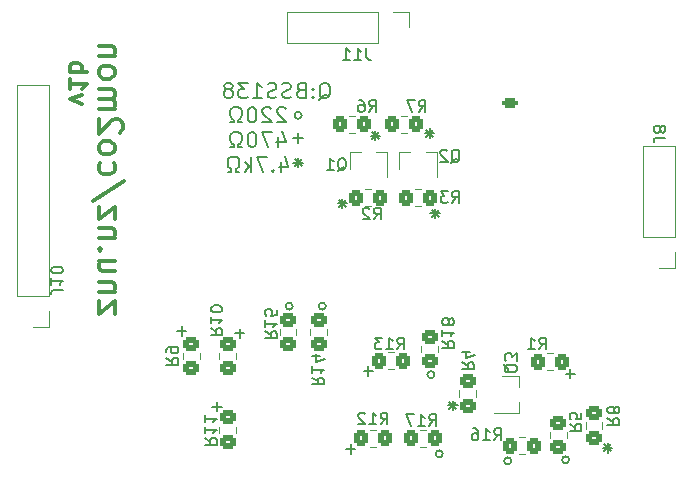
<source format=gbr>
%TF.GenerationSoftware,KiCad,Pcbnew,5.99.0-unknown-04793924d~104~ubuntu20.04.1*%
%TF.CreationDate,2020-11-08T20:52:43+01:00*%
%TF.ProjectId,co2mon,636f326d-6f6e-42e6-9b69-6361645f7063,rev?*%
%TF.SameCoordinates,Original*%
%TF.FileFunction,Legend,Bot*%
%TF.FilePolarity,Positive*%
%FSLAX46Y46*%
G04 Gerber Fmt 4.6, Leading zero omitted, Abs format (unit mm)*
G04 Created by KiCad (PCBNEW 5.99.0-unknown-04793924d~104~ubuntu20.04.1) date 2020-11-08 20:52:43*
%MOMM*%
%LPD*%
G01*
G04 APERTURE LIST*
G04 Aperture macros list*
%AMRoundRect*
0 Rectangle with rounded corners*
0 $1 Rounding radius*
0 $2 $3 $4 $5 $6 $7 $8 $9 X,Y pos of 4 corners*
0 Add a 4 corners polygon primitive as box body*
4,1,4,$2,$3,$4,$5,$6,$7,$8,$9,$2,$3,0*
0 Add four circle primitives for the rounded corners*
1,1,$1+$1,$2,$3,0*
1,1,$1+$1,$4,$5,0*
1,1,$1+$1,$6,$7,0*
1,1,$1+$1,$8,$9,0*
0 Add four rect primitives between the rounded corners*
20,1,$1+$1,$2,$3,$4,$5,0*
20,1,$1+$1,$4,$5,$6,$7,0*
20,1,$1+$1,$6,$7,$8,$9,0*
20,1,$1+$1,$8,$9,$2,$3,0*%
G04 Aperture macros list end*
%ADD10C,0.200000*%
%ADD11C,0.300000*%
%ADD12C,0.150000*%
%ADD13C,0.120000*%
%ADD14R,1.700000X1.700000*%
%ADD15O,1.700000X1.700000*%
%ADD16C,3.200000*%
%ADD17R,1.600000X1.600000*%
%ADD18O,1.600000X1.600000*%
%ADD19RoundRect,0.200000X-0.450000X0.200000X-0.450000X-0.200000X0.450000X-0.200000X0.450000X0.200000X0*%
%ADD20O,1.300000X0.800000*%
%ADD21C,1.450000*%
%ADD22O,1.900000X1.200000*%
%ADD23R,0.900000X0.800000*%
%ADD24RoundRect,0.250000X-0.450000X0.325000X-0.450000X-0.325000X0.450000X-0.325000X0.450000X0.325000X0*%
%ADD25C,1.500000*%
%ADD26RoundRect,0.250000X0.325000X0.450000X-0.325000X0.450000X-0.325000X-0.450000X0.325000X-0.450000X0*%
%ADD27RoundRect,0.250000X-0.325000X-0.450000X0.325000X-0.450000X0.325000X0.450000X-0.325000X0.450000X0*%
%ADD28R,0.800000X0.900000*%
%ADD29RoundRect,0.250000X0.450000X-0.325000X0.450000X0.325000X-0.450000X0.325000X-0.450000X-0.325000X0*%
G04 APERTURE END LIST*
D10*
X108500000Y-129100000D02*
X107700000Y-129100000D01*
X115250000Y-104450000D02*
G75*
G03*
X115250000Y-104450000I-300000J0D01*
G01*
X127200000Y-133100000D02*
G75*
G03*
X127200000Y-133100000I-300000J0D01*
G01*
X126250000Y-112450000D02*
X126850000Y-113050000D01*
X126250000Y-113050000D02*
X126850000Y-112450000D01*
X114500000Y-120600000D02*
G75*
G03*
X114500000Y-120600000I-300000J0D01*
G01*
X126500000Y-126400000D02*
G75*
G03*
X126500000Y-126400000I-300000J0D01*
G01*
X121100000Y-106150000D02*
X121900000Y-106150000D01*
X127750000Y-129300000D02*
X128350000Y-128700000D01*
X117300000Y-120600000D02*
G75*
G03*
X117300000Y-120600000I-300000J0D01*
G01*
X119800000Y-132700000D02*
X119000000Y-132700000D01*
X110000000Y-122500000D02*
X110000000Y-123300000D01*
X114950000Y-105950000D02*
X114950000Y-106750000D01*
X125800000Y-106250000D02*
X126400000Y-105650000D01*
X118700000Y-111500000D02*
X118700000Y-112300000D01*
X138400000Y-126300000D02*
X137600000Y-126300000D01*
X118300000Y-111900000D02*
X119100000Y-111900000D01*
X127650000Y-129000000D02*
X128450000Y-129000000D01*
X115350000Y-106350000D02*
X114550000Y-106350000D01*
X126150000Y-112750000D02*
X126950000Y-112750000D01*
X138000000Y-125900000D02*
X138000000Y-126700000D01*
X121200000Y-105850000D02*
X121800000Y-106450000D01*
X140850000Y-132300000D02*
X141450000Y-132900000D01*
X114650000Y-108750000D02*
X115250000Y-108150000D01*
X125700000Y-105950000D02*
X126500000Y-105950000D01*
X121200000Y-106450000D02*
X121800000Y-105850000D01*
X141150000Y-132200000D02*
X141150000Y-133000000D01*
X121300000Y-126100000D02*
X120500000Y-126100000D01*
X137900000Y-133600000D02*
G75*
G03*
X137900000Y-133600000I-300000J0D01*
G01*
X110400000Y-122900000D02*
X109600000Y-122900000D01*
X133000000Y-133700000D02*
G75*
G03*
X133000000Y-133700000I-300000J0D01*
G01*
X105500000Y-122700000D02*
X104700000Y-122700000D01*
X121500000Y-105750000D02*
X121500000Y-106550000D01*
X114550000Y-108450000D02*
X115350000Y-108450000D01*
X125800000Y-105650000D02*
X126400000Y-106250000D01*
X127750000Y-128700000D02*
X128350000Y-129300000D01*
X118400000Y-111600000D02*
X119000000Y-112200000D01*
X126550000Y-112350000D02*
X126550000Y-113150000D01*
X105100000Y-122300000D02*
X105100000Y-123100000D01*
X128050000Y-128600000D02*
X128050000Y-129400000D01*
X126100000Y-105550000D02*
X126100000Y-106350000D01*
X118400000Y-112200000D02*
X119000000Y-111600000D01*
X114650000Y-108150000D02*
X115250000Y-108750000D01*
X120900000Y-125700000D02*
X120900000Y-126500000D01*
X114950000Y-108050000D02*
X114950000Y-108850000D01*
X108100000Y-128700000D02*
X108100000Y-129500000D01*
X140750000Y-132600000D02*
X141550000Y-132600000D01*
X140850000Y-132900000D02*
X141450000Y-132300000D01*
X119400000Y-132300000D02*
X119400000Y-133100000D01*
X113902380Y-103868904D02*
X113840476Y-103807000D01*
X113716666Y-103745095D01*
X113407142Y-103745095D01*
X113283333Y-103807000D01*
X113221428Y-103868904D01*
X113159523Y-103992714D01*
X113159523Y-104116523D01*
X113221428Y-104302238D01*
X113964285Y-105045095D01*
X113159523Y-105045095D01*
X112664285Y-103868904D02*
X112602380Y-103807000D01*
X112478571Y-103745095D01*
X112169047Y-103745095D01*
X112045238Y-103807000D01*
X111983333Y-103868904D01*
X111921428Y-103992714D01*
X111921428Y-104116523D01*
X111983333Y-104302238D01*
X112726190Y-105045095D01*
X111921428Y-105045095D01*
X111116666Y-103745095D02*
X110992857Y-103745095D01*
X110869047Y-103807000D01*
X110807142Y-103868904D01*
X110745238Y-103992714D01*
X110683333Y-104240333D01*
X110683333Y-104549857D01*
X110745238Y-104797476D01*
X110807142Y-104921285D01*
X110869047Y-104983190D01*
X110992857Y-105045095D01*
X111116666Y-105045095D01*
X111240476Y-104983190D01*
X111302380Y-104921285D01*
X111364285Y-104797476D01*
X111426190Y-104549857D01*
X111426190Y-104240333D01*
X111364285Y-103992714D01*
X111302380Y-103868904D01*
X111240476Y-103807000D01*
X111116666Y-103745095D01*
X110188095Y-105045095D02*
X109878571Y-105045095D01*
X109878571Y-104797476D01*
X110002380Y-104735571D01*
X110126190Y-104611761D01*
X110188095Y-104426047D01*
X110188095Y-104116523D01*
X110126190Y-103930809D01*
X110002380Y-103807000D01*
X109816666Y-103745095D01*
X109569047Y-103745095D01*
X109383333Y-103807000D01*
X109259523Y-103930809D01*
X109197619Y-104116523D01*
X109197619Y-104426047D01*
X109259523Y-104611761D01*
X109383333Y-104735571D01*
X109507142Y-104797476D01*
X109507142Y-105045095D01*
X109197619Y-105045095D01*
X113283333Y-106271428D02*
X113283333Y-107138095D01*
X113592857Y-105776190D02*
X113902380Y-106704761D01*
X113097619Y-106704761D01*
X112726190Y-105838095D02*
X111859523Y-105838095D01*
X112416666Y-107138095D01*
X111116666Y-105838095D02*
X110992857Y-105838095D01*
X110869047Y-105900000D01*
X110807142Y-105961904D01*
X110745238Y-106085714D01*
X110683333Y-106333333D01*
X110683333Y-106642857D01*
X110745238Y-106890476D01*
X110807142Y-107014285D01*
X110869047Y-107076190D01*
X110992857Y-107138095D01*
X111116666Y-107138095D01*
X111240476Y-107076190D01*
X111302380Y-107014285D01*
X111364285Y-106890476D01*
X111426190Y-106642857D01*
X111426190Y-106333333D01*
X111364285Y-106085714D01*
X111302380Y-105961904D01*
X111240476Y-105900000D01*
X111116666Y-105838095D01*
X110188095Y-107138095D02*
X109878571Y-107138095D01*
X109878571Y-106890476D01*
X110002380Y-106828571D01*
X110126190Y-106704761D01*
X110188095Y-106519047D01*
X110188095Y-106209523D01*
X110126190Y-106023809D01*
X110002380Y-105900000D01*
X109816666Y-105838095D01*
X109569047Y-105838095D01*
X109383333Y-105900000D01*
X109259523Y-106023809D01*
X109197619Y-106209523D01*
X109197619Y-106519047D01*
X109259523Y-106704761D01*
X109383333Y-106828571D01*
X109507142Y-106890476D01*
X109507142Y-107138095D01*
X109197619Y-107138095D01*
X113500000Y-108364428D02*
X113500000Y-109231095D01*
X113809523Y-107869190D02*
X114119047Y-108797761D01*
X113314285Y-108797761D01*
X112819047Y-109107285D02*
X112757142Y-109169190D01*
X112819047Y-109231095D01*
X112880952Y-109169190D01*
X112819047Y-109107285D01*
X112819047Y-109231095D01*
X112323809Y-107931095D02*
X111457142Y-107931095D01*
X112014285Y-109231095D01*
X110961904Y-109231095D02*
X110961904Y-107931095D01*
X110838095Y-108735857D02*
X110466666Y-109231095D01*
X110466666Y-108364428D02*
X110961904Y-108859666D01*
X109971428Y-109231095D02*
X109661904Y-109231095D01*
X109661904Y-108983476D01*
X109785714Y-108921571D01*
X109909523Y-108797761D01*
X109971428Y-108612047D01*
X109971428Y-108302523D01*
X109909523Y-108116809D01*
X109785714Y-107993000D01*
X109600000Y-107931095D01*
X109352380Y-107931095D01*
X109166666Y-107993000D01*
X109042857Y-108116809D01*
X108980952Y-108302523D01*
X108980952Y-108612047D01*
X109042857Y-108797761D01*
X109166666Y-108921571D01*
X109290476Y-108983476D01*
X109290476Y-109231095D01*
X108980952Y-109231095D01*
D11*
X96621428Y-103450000D02*
X95621428Y-103092857D01*
X96621428Y-102735714D01*
X95621428Y-101378571D02*
X95621428Y-102235714D01*
X95621428Y-101807142D02*
X97121428Y-101807142D01*
X96907142Y-101950000D01*
X96764285Y-102092857D01*
X96692857Y-102235714D01*
X95621428Y-100735714D02*
X97121428Y-100735714D01*
X96550000Y-100735714D02*
X96621428Y-100592857D01*
X96621428Y-100307142D01*
X96550000Y-100164285D01*
X96478571Y-100092857D01*
X96335714Y-100021428D01*
X95907142Y-100021428D01*
X95764285Y-100092857D01*
X95692857Y-100164285D01*
X95621428Y-100307142D01*
X95621428Y-100592857D01*
X95692857Y-100735714D01*
D10*
X116709523Y-103111904D02*
X116833333Y-103050000D01*
X116957142Y-102926190D01*
X117142857Y-102740476D01*
X117266666Y-102678571D01*
X117390476Y-102678571D01*
X117328571Y-102988095D02*
X117452380Y-102926190D01*
X117576190Y-102802380D01*
X117638095Y-102554761D01*
X117638095Y-102121428D01*
X117576190Y-101873809D01*
X117452380Y-101750000D01*
X117328571Y-101688095D01*
X117080952Y-101688095D01*
X116957142Y-101750000D01*
X116833333Y-101873809D01*
X116771428Y-102121428D01*
X116771428Y-102554761D01*
X116833333Y-102802380D01*
X116957142Y-102926190D01*
X117080952Y-102988095D01*
X117328571Y-102988095D01*
X116214285Y-102864285D02*
X116152380Y-102926190D01*
X116214285Y-102988095D01*
X116276190Y-102926190D01*
X116214285Y-102864285D01*
X116214285Y-102988095D01*
X116214285Y-102183333D02*
X116152380Y-102245238D01*
X116214285Y-102307142D01*
X116276190Y-102245238D01*
X116214285Y-102183333D01*
X116214285Y-102307142D01*
X115161904Y-102307142D02*
X114976190Y-102369047D01*
X114914285Y-102430952D01*
X114852380Y-102554761D01*
X114852380Y-102740476D01*
X114914285Y-102864285D01*
X114976190Y-102926190D01*
X115100000Y-102988095D01*
X115595238Y-102988095D01*
X115595238Y-101688095D01*
X115161904Y-101688095D01*
X115038095Y-101750000D01*
X114976190Y-101811904D01*
X114914285Y-101935714D01*
X114914285Y-102059523D01*
X114976190Y-102183333D01*
X115038095Y-102245238D01*
X115161904Y-102307142D01*
X115595238Y-102307142D01*
X114357142Y-102926190D02*
X114171428Y-102988095D01*
X113861904Y-102988095D01*
X113738095Y-102926190D01*
X113676190Y-102864285D01*
X113614285Y-102740476D01*
X113614285Y-102616666D01*
X113676190Y-102492857D01*
X113738095Y-102430952D01*
X113861904Y-102369047D01*
X114109523Y-102307142D01*
X114233333Y-102245238D01*
X114295238Y-102183333D01*
X114357142Y-102059523D01*
X114357142Y-101935714D01*
X114295238Y-101811904D01*
X114233333Y-101750000D01*
X114109523Y-101688095D01*
X113800000Y-101688095D01*
X113614285Y-101750000D01*
X113119047Y-102926190D02*
X112933333Y-102988095D01*
X112623809Y-102988095D01*
X112500000Y-102926190D01*
X112438095Y-102864285D01*
X112376190Y-102740476D01*
X112376190Y-102616666D01*
X112438095Y-102492857D01*
X112500000Y-102430952D01*
X112623809Y-102369047D01*
X112871428Y-102307142D01*
X112995238Y-102245238D01*
X113057142Y-102183333D01*
X113119047Y-102059523D01*
X113119047Y-101935714D01*
X113057142Y-101811904D01*
X112995238Y-101750000D01*
X112871428Y-101688095D01*
X112561904Y-101688095D01*
X112376190Y-101750000D01*
X111138095Y-102988095D02*
X111880952Y-102988095D01*
X111509523Y-102988095D02*
X111509523Y-101688095D01*
X111633333Y-101873809D01*
X111757142Y-101997619D01*
X111880952Y-102059523D01*
X110704761Y-101688095D02*
X109900000Y-101688095D01*
X110333333Y-102183333D01*
X110147619Y-102183333D01*
X110023809Y-102245238D01*
X109961904Y-102307142D01*
X109900000Y-102430952D01*
X109900000Y-102740476D01*
X109961904Y-102864285D01*
X110023809Y-102926190D01*
X110147619Y-102988095D01*
X110519047Y-102988095D01*
X110642857Y-102926190D01*
X110704761Y-102864285D01*
X109157142Y-102245238D02*
X109280952Y-102183333D01*
X109342857Y-102121428D01*
X109404761Y-101997619D01*
X109404761Y-101935714D01*
X109342857Y-101811904D01*
X109280952Y-101750000D01*
X109157142Y-101688095D01*
X108909523Y-101688095D01*
X108785714Y-101750000D01*
X108723809Y-101811904D01*
X108661904Y-101935714D01*
X108661904Y-101997619D01*
X108723809Y-102121428D01*
X108785714Y-102183333D01*
X108909523Y-102245238D01*
X109157142Y-102245238D01*
X109280952Y-102307142D01*
X109342857Y-102369047D01*
X109404761Y-102492857D01*
X109404761Y-102740476D01*
X109342857Y-102864285D01*
X109280952Y-102926190D01*
X109157142Y-102988095D01*
X108909523Y-102988095D01*
X108785714Y-102926190D01*
X108723809Y-102864285D01*
X108661904Y-102740476D01*
X108661904Y-102492857D01*
X108723809Y-102369047D01*
X108785714Y-102307142D01*
X108909523Y-102245238D01*
D11*
X99428571Y-121228571D02*
X99428571Y-120180952D01*
X98095238Y-121228571D01*
X98095238Y-120180952D01*
X99428571Y-119419047D02*
X98095238Y-119419047D01*
X99238095Y-119419047D02*
X99333333Y-119323809D01*
X99428571Y-119133333D01*
X99428571Y-118847619D01*
X99333333Y-118657142D01*
X99142857Y-118561904D01*
X98095238Y-118561904D01*
X99428571Y-116752380D02*
X98095238Y-116752380D01*
X99428571Y-117609523D02*
X98380952Y-117609523D01*
X98190476Y-117514285D01*
X98095238Y-117323809D01*
X98095238Y-117038095D01*
X98190476Y-116847619D01*
X98285714Y-116752380D01*
X98285714Y-115800000D02*
X98190476Y-115704761D01*
X98095238Y-115800000D01*
X98190476Y-115895238D01*
X98285714Y-115800000D01*
X98095238Y-115800000D01*
X99428571Y-114847619D02*
X98095238Y-114847619D01*
X99238095Y-114847619D02*
X99333333Y-114752380D01*
X99428571Y-114561904D01*
X99428571Y-114276190D01*
X99333333Y-114085714D01*
X99142857Y-113990476D01*
X98095238Y-113990476D01*
X99428571Y-113228571D02*
X99428571Y-112180952D01*
X98095238Y-113228571D01*
X98095238Y-112180952D01*
X100190476Y-109990476D02*
X97619047Y-111704761D01*
X98190476Y-108466666D02*
X98095238Y-108657142D01*
X98095238Y-109038095D01*
X98190476Y-109228571D01*
X98285714Y-109323809D01*
X98476190Y-109419047D01*
X99047619Y-109419047D01*
X99238095Y-109323809D01*
X99333333Y-109228571D01*
X99428571Y-109038095D01*
X99428571Y-108657142D01*
X99333333Y-108466666D01*
X98095238Y-107323809D02*
X98190476Y-107514285D01*
X98285714Y-107609523D01*
X98476190Y-107704761D01*
X99047619Y-107704761D01*
X99238095Y-107609523D01*
X99333333Y-107514285D01*
X99428571Y-107323809D01*
X99428571Y-107038095D01*
X99333333Y-106847619D01*
X99238095Y-106752380D01*
X99047619Y-106657142D01*
X98476190Y-106657142D01*
X98285714Y-106752380D01*
X98190476Y-106847619D01*
X98095238Y-107038095D01*
X98095238Y-107323809D01*
X99904761Y-105895238D02*
X100000000Y-105800000D01*
X100095238Y-105609523D01*
X100095238Y-105133333D01*
X100000000Y-104942857D01*
X99904761Y-104847619D01*
X99714285Y-104752380D01*
X99523809Y-104752380D01*
X99238095Y-104847619D01*
X98095238Y-105990476D01*
X98095238Y-104752380D01*
X98095238Y-103895238D02*
X99428571Y-103895238D01*
X99238095Y-103895238D02*
X99333333Y-103800000D01*
X99428571Y-103609523D01*
X99428571Y-103323809D01*
X99333333Y-103133333D01*
X99142857Y-103038095D01*
X98095238Y-103038095D01*
X99142857Y-103038095D02*
X99333333Y-102942857D01*
X99428571Y-102752380D01*
X99428571Y-102466666D01*
X99333333Y-102276190D01*
X99142857Y-102180952D01*
X98095238Y-102180952D01*
X98095238Y-100942857D02*
X98190476Y-101133333D01*
X98285714Y-101228571D01*
X98476190Y-101323809D01*
X99047619Y-101323809D01*
X99238095Y-101228571D01*
X99333333Y-101133333D01*
X99428571Y-100942857D01*
X99428571Y-100657142D01*
X99333333Y-100466666D01*
X99238095Y-100371428D01*
X99047619Y-100276190D01*
X98476190Y-100276190D01*
X98285714Y-100371428D01*
X98190476Y-100466666D01*
X98095238Y-100657142D01*
X98095238Y-100942857D01*
X99428571Y-99419047D02*
X98095238Y-99419047D01*
X99238095Y-99419047D02*
X99333333Y-99323809D01*
X99428571Y-99133333D01*
X99428571Y-98847619D01*
X99333333Y-98657142D01*
X99142857Y-98561904D01*
X98095238Y-98561904D01*
D12*
%TO.C,Q3*%
X132352380Y-125495238D02*
X132400000Y-125590476D01*
X132495238Y-125685714D01*
X132638095Y-125828571D01*
X132685714Y-125923809D01*
X132685714Y-126019047D01*
X132447619Y-125971428D02*
X132495238Y-126066666D01*
X132590476Y-126161904D01*
X132780952Y-126209523D01*
X133114285Y-126209523D01*
X133304761Y-126161904D01*
X133400000Y-126066666D01*
X133447619Y-125971428D01*
X133447619Y-125780952D01*
X133400000Y-125685714D01*
X133304761Y-125590476D01*
X133114285Y-125542857D01*
X132780952Y-125542857D01*
X132590476Y-125590476D01*
X132495238Y-125685714D01*
X132447619Y-125780952D01*
X132447619Y-125971428D01*
X133447619Y-125209523D02*
X133447619Y-124590476D01*
X133066666Y-124923809D01*
X133066666Y-124780952D01*
X133019047Y-124685714D01*
X132971428Y-124638095D01*
X132876190Y-124590476D01*
X132638095Y-124590476D01*
X132542857Y-124638095D01*
X132495238Y-124685714D01*
X132447619Y-124780952D01*
X132447619Y-125066666D01*
X132495238Y-125161904D01*
X132542857Y-125209523D01*
%TO.C,R10*%
X107547619Y-122442857D02*
X108023809Y-122776190D01*
X107547619Y-123014285D02*
X108547619Y-123014285D01*
X108547619Y-122633333D01*
X108500000Y-122538095D01*
X108452380Y-122490476D01*
X108357142Y-122442857D01*
X108214285Y-122442857D01*
X108119047Y-122490476D01*
X108071428Y-122538095D01*
X108023809Y-122633333D01*
X108023809Y-123014285D01*
X107547619Y-121490476D02*
X107547619Y-122061904D01*
X107547619Y-121776190D02*
X108547619Y-121776190D01*
X108404761Y-121871428D01*
X108309523Y-121966666D01*
X108261904Y-122061904D01*
X108547619Y-120871428D02*
X108547619Y-120776190D01*
X108500000Y-120680952D01*
X108452380Y-120633333D01*
X108357142Y-120585714D01*
X108166666Y-120538095D01*
X107928571Y-120538095D01*
X107738095Y-120585714D01*
X107642857Y-120633333D01*
X107595238Y-120680952D01*
X107547619Y-120776190D01*
X107547619Y-120871428D01*
X107595238Y-120966666D01*
X107642857Y-121014285D01*
X107738095Y-121061904D01*
X107928571Y-121109523D01*
X108166666Y-121109523D01*
X108357142Y-121061904D01*
X108452380Y-121014285D01*
X108500000Y-120966666D01*
X108547619Y-120871428D01*
%TO.C,J10*%
X95047619Y-119209523D02*
X94333333Y-119209523D01*
X94190476Y-119257142D01*
X94095238Y-119352380D01*
X94047619Y-119495238D01*
X94047619Y-119590476D01*
X94047619Y-118209523D02*
X94047619Y-118780952D01*
X94047619Y-118495238D02*
X95047619Y-118495238D01*
X94904761Y-118590476D01*
X94809523Y-118685714D01*
X94761904Y-118780952D01*
X95047619Y-117590476D02*
X95047619Y-117495238D01*
X95000000Y-117400000D01*
X94952380Y-117352380D01*
X94857142Y-117304761D01*
X94666666Y-117257142D01*
X94428571Y-117257142D01*
X94238095Y-117304761D01*
X94142857Y-117352380D01*
X94095238Y-117400000D01*
X94047619Y-117495238D01*
X94047619Y-117590476D01*
X94095238Y-117685714D01*
X94142857Y-117733333D01*
X94238095Y-117780952D01*
X94428571Y-117828571D01*
X94666666Y-117828571D01*
X94857142Y-117780952D01*
X94952380Y-117733333D01*
X95000000Y-117685714D01*
X95047619Y-117590476D01*
%TO.C,R18*%
X127147619Y-123542857D02*
X127623809Y-123876190D01*
X127147619Y-124114285D02*
X128147619Y-124114285D01*
X128147619Y-123733333D01*
X128100000Y-123638095D01*
X128052380Y-123590476D01*
X127957142Y-123542857D01*
X127814285Y-123542857D01*
X127719047Y-123590476D01*
X127671428Y-123638095D01*
X127623809Y-123733333D01*
X127623809Y-124114285D01*
X127147619Y-122590476D02*
X127147619Y-123161904D01*
X127147619Y-122876190D02*
X128147619Y-122876190D01*
X128004761Y-122971428D01*
X127909523Y-123066666D01*
X127861904Y-123161904D01*
X127719047Y-122019047D02*
X127766666Y-122114285D01*
X127814285Y-122161904D01*
X127909523Y-122209523D01*
X127957142Y-122209523D01*
X128052380Y-122161904D01*
X128100000Y-122114285D01*
X128147619Y-122019047D01*
X128147619Y-121828571D01*
X128100000Y-121733333D01*
X128052380Y-121685714D01*
X127957142Y-121638095D01*
X127909523Y-121638095D01*
X127814285Y-121685714D01*
X127766666Y-121733333D01*
X127719047Y-121828571D01*
X127719047Y-122019047D01*
X127671428Y-122114285D01*
X127623809Y-122161904D01*
X127528571Y-122209523D01*
X127338095Y-122209523D01*
X127242857Y-122161904D01*
X127195238Y-122114285D01*
X127147619Y-122019047D01*
X127147619Y-121828571D01*
X127195238Y-121733333D01*
X127242857Y-121685714D01*
X127338095Y-121638095D01*
X127528571Y-121638095D01*
X127623809Y-121685714D01*
X127671428Y-121733333D01*
X127719047Y-121828571D01*
%TO.C,J8*%
X146047619Y-106333333D02*
X145333333Y-106333333D01*
X145190476Y-106380952D01*
X145095238Y-106476190D01*
X145047619Y-106619047D01*
X145047619Y-106714285D01*
X145619047Y-105714285D02*
X145666666Y-105809523D01*
X145714285Y-105857142D01*
X145809523Y-105904761D01*
X145857142Y-105904761D01*
X145952380Y-105857142D01*
X146000000Y-105809523D01*
X146047619Y-105714285D01*
X146047619Y-105523809D01*
X146000000Y-105428571D01*
X145952380Y-105380952D01*
X145857142Y-105333333D01*
X145809523Y-105333333D01*
X145714285Y-105380952D01*
X145666666Y-105428571D01*
X145619047Y-105523809D01*
X145619047Y-105714285D01*
X145571428Y-105809523D01*
X145523809Y-105857142D01*
X145428571Y-105904761D01*
X145238095Y-105904761D01*
X145142857Y-105857142D01*
X145095238Y-105809523D01*
X145047619Y-105714285D01*
X145047619Y-105523809D01*
X145095238Y-105428571D01*
X145142857Y-105380952D01*
X145238095Y-105333333D01*
X145428571Y-105333333D01*
X145523809Y-105380952D01*
X145571428Y-105428571D01*
X145619047Y-105523809D01*
%TO.C,R16*%
X131542857Y-131952380D02*
X131876190Y-131476190D01*
X132114285Y-131952380D02*
X132114285Y-130952380D01*
X131733333Y-130952380D01*
X131638095Y-131000000D01*
X131590476Y-131047619D01*
X131542857Y-131142857D01*
X131542857Y-131285714D01*
X131590476Y-131380952D01*
X131638095Y-131428571D01*
X131733333Y-131476190D01*
X132114285Y-131476190D01*
X130590476Y-131952380D02*
X131161904Y-131952380D01*
X130876190Y-131952380D02*
X130876190Y-130952380D01*
X130971428Y-131095238D01*
X131066666Y-131190476D01*
X131161904Y-131238095D01*
X129733333Y-130952380D02*
X129923809Y-130952380D01*
X130019047Y-131000000D01*
X130066666Y-131047619D01*
X130161904Y-131190476D01*
X130209523Y-131380952D01*
X130209523Y-131761904D01*
X130161904Y-131857142D01*
X130114285Y-131904761D01*
X130019047Y-131952380D01*
X129828571Y-131952380D01*
X129733333Y-131904761D01*
X129685714Y-131857142D01*
X129638095Y-131761904D01*
X129638095Y-131523809D01*
X129685714Y-131428571D01*
X129733333Y-131380952D01*
X129828571Y-131333333D01*
X130019047Y-131333333D01*
X130114285Y-131380952D01*
X130161904Y-131428571D01*
X130209523Y-131523809D01*
%TO.C,R7*%
X125166666Y-104152380D02*
X125500000Y-103676190D01*
X125738095Y-104152380D02*
X125738095Y-103152380D01*
X125357142Y-103152380D01*
X125261904Y-103200000D01*
X125214285Y-103247619D01*
X125166666Y-103342857D01*
X125166666Y-103485714D01*
X125214285Y-103580952D01*
X125261904Y-103628571D01*
X125357142Y-103676190D01*
X125738095Y-103676190D01*
X124833333Y-103152380D02*
X124166666Y-103152380D01*
X124595238Y-104152380D01*
%TO.C,R8*%
X141147619Y-130066666D02*
X141623809Y-130400000D01*
X141147619Y-130638095D02*
X142147619Y-130638095D01*
X142147619Y-130257142D01*
X142100000Y-130161904D01*
X142052380Y-130114285D01*
X141957142Y-130066666D01*
X141814285Y-130066666D01*
X141719047Y-130114285D01*
X141671428Y-130161904D01*
X141623809Y-130257142D01*
X141623809Y-130638095D01*
X141719047Y-129495238D02*
X141766666Y-129590476D01*
X141814285Y-129638095D01*
X141909523Y-129685714D01*
X141957142Y-129685714D01*
X142052380Y-129638095D01*
X142100000Y-129590476D01*
X142147619Y-129495238D01*
X142147619Y-129304761D01*
X142100000Y-129209523D01*
X142052380Y-129161904D01*
X141957142Y-129114285D01*
X141909523Y-129114285D01*
X141814285Y-129161904D01*
X141766666Y-129209523D01*
X141719047Y-129304761D01*
X141719047Y-129495238D01*
X141671428Y-129590476D01*
X141623809Y-129638095D01*
X141528571Y-129685714D01*
X141338095Y-129685714D01*
X141242857Y-129638095D01*
X141195238Y-129590476D01*
X141147619Y-129495238D01*
X141147619Y-129304761D01*
X141195238Y-129209523D01*
X141242857Y-129161904D01*
X141338095Y-129114285D01*
X141528571Y-129114285D01*
X141623809Y-129161904D01*
X141671428Y-129209523D01*
X141719047Y-129304761D01*
%TO.C,R6*%
X120966666Y-104152380D02*
X121300000Y-103676190D01*
X121538095Y-104152380D02*
X121538095Y-103152380D01*
X121157142Y-103152380D01*
X121061904Y-103200000D01*
X121014285Y-103247619D01*
X120966666Y-103342857D01*
X120966666Y-103485714D01*
X121014285Y-103580952D01*
X121061904Y-103628571D01*
X121157142Y-103676190D01*
X121538095Y-103676190D01*
X120109523Y-103152380D02*
X120300000Y-103152380D01*
X120395238Y-103200000D01*
X120442857Y-103247619D01*
X120538095Y-103390476D01*
X120585714Y-103580952D01*
X120585714Y-103961904D01*
X120538095Y-104057142D01*
X120490476Y-104104761D01*
X120395238Y-104152380D01*
X120204761Y-104152380D01*
X120109523Y-104104761D01*
X120061904Y-104057142D01*
X120014285Y-103961904D01*
X120014285Y-103723809D01*
X120061904Y-103628571D01*
X120109523Y-103580952D01*
X120204761Y-103533333D01*
X120395238Y-103533333D01*
X120490476Y-103580952D01*
X120538095Y-103628571D01*
X120585714Y-103723809D01*
%TO.C,Q2*%
X127895238Y-108447619D02*
X127990476Y-108400000D01*
X128085714Y-108304761D01*
X128228571Y-108161904D01*
X128323809Y-108114285D01*
X128419047Y-108114285D01*
X128371428Y-108352380D02*
X128466666Y-108304761D01*
X128561904Y-108209523D01*
X128609523Y-108019047D01*
X128609523Y-107685714D01*
X128561904Y-107495238D01*
X128466666Y-107400000D01*
X128371428Y-107352380D01*
X128180952Y-107352380D01*
X128085714Y-107400000D01*
X127990476Y-107495238D01*
X127942857Y-107685714D01*
X127942857Y-108019047D01*
X127990476Y-108209523D01*
X128085714Y-108304761D01*
X128180952Y-108352380D01*
X128371428Y-108352380D01*
X127561904Y-107447619D02*
X127514285Y-107400000D01*
X127419047Y-107352380D01*
X127180952Y-107352380D01*
X127085714Y-107400000D01*
X127038095Y-107447619D01*
X126990476Y-107542857D01*
X126990476Y-107638095D01*
X127038095Y-107780952D01*
X127609523Y-108352380D01*
X126990476Y-108352380D01*
%TO.C,J11*%
X120709523Y-98752380D02*
X120709523Y-99466666D01*
X120757142Y-99609523D01*
X120852380Y-99704761D01*
X120995238Y-99752380D01*
X121090476Y-99752380D01*
X119709523Y-99752380D02*
X120280952Y-99752380D01*
X119995238Y-99752380D02*
X119995238Y-98752380D01*
X120090476Y-98895238D01*
X120185714Y-98990476D01*
X120280952Y-99038095D01*
X118757142Y-99752380D02*
X119328571Y-99752380D01*
X119042857Y-99752380D02*
X119042857Y-98752380D01*
X119138095Y-98895238D01*
X119233333Y-98990476D01*
X119328571Y-99038095D01*
%TO.C,R14*%
X116147619Y-126642857D02*
X116623809Y-126976190D01*
X116147619Y-127214285D02*
X117147619Y-127214285D01*
X117147619Y-126833333D01*
X117100000Y-126738095D01*
X117052380Y-126690476D01*
X116957142Y-126642857D01*
X116814285Y-126642857D01*
X116719047Y-126690476D01*
X116671428Y-126738095D01*
X116623809Y-126833333D01*
X116623809Y-127214285D01*
X116147619Y-125690476D02*
X116147619Y-126261904D01*
X116147619Y-125976190D02*
X117147619Y-125976190D01*
X117004761Y-126071428D01*
X116909523Y-126166666D01*
X116861904Y-126261904D01*
X116814285Y-124833333D02*
X116147619Y-124833333D01*
X117195238Y-125071428D02*
X116480952Y-125309523D01*
X116480952Y-124690476D01*
%TO.C,R5*%
X137947619Y-130566666D02*
X138423809Y-130900000D01*
X137947619Y-131138095D02*
X138947619Y-131138095D01*
X138947619Y-130757142D01*
X138900000Y-130661904D01*
X138852380Y-130614285D01*
X138757142Y-130566666D01*
X138614285Y-130566666D01*
X138519047Y-130614285D01*
X138471428Y-130661904D01*
X138423809Y-130757142D01*
X138423809Y-131138095D01*
X138947619Y-129661904D02*
X138947619Y-130138095D01*
X138471428Y-130185714D01*
X138519047Y-130138095D01*
X138566666Y-130042857D01*
X138566666Y-129804761D01*
X138519047Y-129709523D01*
X138471428Y-129661904D01*
X138376190Y-129614285D01*
X138138095Y-129614285D01*
X138042857Y-129661904D01*
X137995238Y-129709523D01*
X137947619Y-129804761D01*
X137947619Y-130042857D01*
X137995238Y-130138095D01*
X138042857Y-130185714D01*
%TO.C,Q1*%
X118295238Y-109147619D02*
X118390476Y-109100000D01*
X118485714Y-109004761D01*
X118628571Y-108861904D01*
X118723809Y-108814285D01*
X118819047Y-108814285D01*
X118771428Y-109052380D02*
X118866666Y-109004761D01*
X118961904Y-108909523D01*
X119009523Y-108719047D01*
X119009523Y-108385714D01*
X118961904Y-108195238D01*
X118866666Y-108100000D01*
X118771428Y-108052380D01*
X118580952Y-108052380D01*
X118485714Y-108100000D01*
X118390476Y-108195238D01*
X118342857Y-108385714D01*
X118342857Y-108719047D01*
X118390476Y-108909523D01*
X118485714Y-109004761D01*
X118580952Y-109052380D01*
X118771428Y-109052380D01*
X117390476Y-109052380D02*
X117961904Y-109052380D01*
X117676190Y-109052380D02*
X117676190Y-108052380D01*
X117771428Y-108195238D01*
X117866666Y-108290476D01*
X117961904Y-108338095D01*
%TO.C,R15*%
X112147619Y-122742857D02*
X112623809Y-123076190D01*
X112147619Y-123314285D02*
X113147619Y-123314285D01*
X113147619Y-122933333D01*
X113100000Y-122838095D01*
X113052380Y-122790476D01*
X112957142Y-122742857D01*
X112814285Y-122742857D01*
X112719047Y-122790476D01*
X112671428Y-122838095D01*
X112623809Y-122933333D01*
X112623809Y-123314285D01*
X112147619Y-121790476D02*
X112147619Y-122361904D01*
X112147619Y-122076190D02*
X113147619Y-122076190D01*
X113004761Y-122171428D01*
X112909523Y-122266666D01*
X112861904Y-122361904D01*
X113147619Y-120885714D02*
X113147619Y-121361904D01*
X112671428Y-121409523D01*
X112719047Y-121361904D01*
X112766666Y-121266666D01*
X112766666Y-121028571D01*
X112719047Y-120933333D01*
X112671428Y-120885714D01*
X112576190Y-120838095D01*
X112338095Y-120838095D01*
X112242857Y-120885714D01*
X112195238Y-120933333D01*
X112147619Y-121028571D01*
X112147619Y-121266666D01*
X112195238Y-121361904D01*
X112242857Y-121409523D01*
%TO.C,R9*%
X103797619Y-124966666D02*
X104273809Y-125300000D01*
X103797619Y-125538095D02*
X104797619Y-125538095D01*
X104797619Y-125157142D01*
X104750000Y-125061904D01*
X104702380Y-125014285D01*
X104607142Y-124966666D01*
X104464285Y-124966666D01*
X104369047Y-125014285D01*
X104321428Y-125061904D01*
X104273809Y-125157142D01*
X104273809Y-125538095D01*
X103797619Y-124490476D02*
X103797619Y-124300000D01*
X103845238Y-124204761D01*
X103892857Y-124157142D01*
X104035714Y-124061904D01*
X104226190Y-124014285D01*
X104607142Y-124014285D01*
X104702380Y-124061904D01*
X104750000Y-124109523D01*
X104797619Y-124204761D01*
X104797619Y-124395238D01*
X104750000Y-124490476D01*
X104702380Y-124538095D01*
X104607142Y-124585714D01*
X104369047Y-124585714D01*
X104273809Y-124538095D01*
X104226190Y-124490476D01*
X104178571Y-124395238D01*
X104178571Y-124204761D01*
X104226190Y-124109523D01*
X104273809Y-124061904D01*
X104369047Y-124014285D01*
%TO.C,R3*%
X127966666Y-111852380D02*
X128300000Y-111376190D01*
X128538095Y-111852380D02*
X128538095Y-110852380D01*
X128157142Y-110852380D01*
X128061904Y-110900000D01*
X128014285Y-110947619D01*
X127966666Y-111042857D01*
X127966666Y-111185714D01*
X128014285Y-111280952D01*
X128061904Y-111328571D01*
X128157142Y-111376190D01*
X128538095Y-111376190D01*
X127633333Y-110852380D02*
X127014285Y-110852380D01*
X127347619Y-111233333D01*
X127204761Y-111233333D01*
X127109523Y-111280952D01*
X127061904Y-111328571D01*
X127014285Y-111423809D01*
X127014285Y-111661904D01*
X127061904Y-111757142D01*
X127109523Y-111804761D01*
X127204761Y-111852380D01*
X127490476Y-111852380D01*
X127585714Y-111804761D01*
X127633333Y-111757142D01*
%TO.C,R2*%
X121366666Y-113252380D02*
X121700000Y-112776190D01*
X121938095Y-113252380D02*
X121938095Y-112252380D01*
X121557142Y-112252380D01*
X121461904Y-112300000D01*
X121414285Y-112347619D01*
X121366666Y-112442857D01*
X121366666Y-112585714D01*
X121414285Y-112680952D01*
X121461904Y-112728571D01*
X121557142Y-112776190D01*
X121938095Y-112776190D01*
X120985714Y-112347619D02*
X120938095Y-112300000D01*
X120842857Y-112252380D01*
X120604761Y-112252380D01*
X120509523Y-112300000D01*
X120461904Y-112347619D01*
X120414285Y-112442857D01*
X120414285Y-112538095D01*
X120461904Y-112680952D01*
X121033333Y-113252380D01*
X120414285Y-113252380D01*
%TO.C,R4*%
X128847619Y-125366666D02*
X129323809Y-125700000D01*
X128847619Y-125938095D02*
X129847619Y-125938095D01*
X129847619Y-125557142D01*
X129800000Y-125461904D01*
X129752380Y-125414285D01*
X129657142Y-125366666D01*
X129514285Y-125366666D01*
X129419047Y-125414285D01*
X129371428Y-125461904D01*
X129323809Y-125557142D01*
X129323809Y-125938095D01*
X129514285Y-124509523D02*
X128847619Y-124509523D01*
X129895238Y-124747619D02*
X129180952Y-124985714D01*
X129180952Y-124366666D01*
%TO.C,R13*%
X123342857Y-124252380D02*
X123676190Y-123776190D01*
X123914285Y-124252380D02*
X123914285Y-123252380D01*
X123533333Y-123252380D01*
X123438095Y-123300000D01*
X123390476Y-123347619D01*
X123342857Y-123442857D01*
X123342857Y-123585714D01*
X123390476Y-123680952D01*
X123438095Y-123728571D01*
X123533333Y-123776190D01*
X123914285Y-123776190D01*
X122390476Y-124252380D02*
X122961904Y-124252380D01*
X122676190Y-124252380D02*
X122676190Y-123252380D01*
X122771428Y-123395238D01*
X122866666Y-123490476D01*
X122961904Y-123538095D01*
X122057142Y-123252380D02*
X121438095Y-123252380D01*
X121771428Y-123633333D01*
X121628571Y-123633333D01*
X121533333Y-123680952D01*
X121485714Y-123728571D01*
X121438095Y-123823809D01*
X121438095Y-124061904D01*
X121485714Y-124157142D01*
X121533333Y-124204761D01*
X121628571Y-124252380D01*
X121914285Y-124252380D01*
X122009523Y-124204761D01*
X122057142Y-124157142D01*
%TO.C,R12*%
X121942857Y-130602380D02*
X122276190Y-130126190D01*
X122514285Y-130602380D02*
X122514285Y-129602380D01*
X122133333Y-129602380D01*
X122038095Y-129650000D01*
X121990476Y-129697619D01*
X121942857Y-129792857D01*
X121942857Y-129935714D01*
X121990476Y-130030952D01*
X122038095Y-130078571D01*
X122133333Y-130126190D01*
X122514285Y-130126190D01*
X120990476Y-130602380D02*
X121561904Y-130602380D01*
X121276190Y-130602380D02*
X121276190Y-129602380D01*
X121371428Y-129745238D01*
X121466666Y-129840476D01*
X121561904Y-129888095D01*
X120609523Y-129697619D02*
X120561904Y-129650000D01*
X120466666Y-129602380D01*
X120228571Y-129602380D01*
X120133333Y-129650000D01*
X120085714Y-129697619D01*
X120038095Y-129792857D01*
X120038095Y-129888095D01*
X120085714Y-130030952D01*
X120657142Y-130602380D01*
X120038095Y-130602380D01*
%TO.C,R11*%
X107047619Y-131742857D02*
X107523809Y-132076190D01*
X107047619Y-132314285D02*
X108047619Y-132314285D01*
X108047619Y-131933333D01*
X108000000Y-131838095D01*
X107952380Y-131790476D01*
X107857142Y-131742857D01*
X107714285Y-131742857D01*
X107619047Y-131790476D01*
X107571428Y-131838095D01*
X107523809Y-131933333D01*
X107523809Y-132314285D01*
X107047619Y-130790476D02*
X107047619Y-131361904D01*
X107047619Y-131076190D02*
X108047619Y-131076190D01*
X107904761Y-131171428D01*
X107809523Y-131266666D01*
X107761904Y-131361904D01*
X107047619Y-129838095D02*
X107047619Y-130409523D01*
X107047619Y-130123809D02*
X108047619Y-130123809D01*
X107904761Y-130219047D01*
X107809523Y-130314285D01*
X107761904Y-130409523D01*
%TO.C,R1*%
X135366666Y-124252380D02*
X135700000Y-123776190D01*
X135938095Y-124252380D02*
X135938095Y-123252380D01*
X135557142Y-123252380D01*
X135461904Y-123300000D01*
X135414285Y-123347619D01*
X135366666Y-123442857D01*
X135366666Y-123585714D01*
X135414285Y-123680952D01*
X135461904Y-123728571D01*
X135557142Y-123776190D01*
X135938095Y-123776190D01*
X134414285Y-124252380D02*
X134985714Y-124252380D01*
X134700000Y-124252380D02*
X134700000Y-123252380D01*
X134795238Y-123395238D01*
X134890476Y-123490476D01*
X134985714Y-123538095D01*
%TO.C,R17*%
X126042857Y-130752380D02*
X126376190Y-130276190D01*
X126614285Y-130752380D02*
X126614285Y-129752380D01*
X126233333Y-129752380D01*
X126138095Y-129800000D01*
X126090476Y-129847619D01*
X126042857Y-129942857D01*
X126042857Y-130085714D01*
X126090476Y-130180952D01*
X126138095Y-130228571D01*
X126233333Y-130276190D01*
X126614285Y-130276190D01*
X125090476Y-130752380D02*
X125661904Y-130752380D01*
X125376190Y-130752380D02*
X125376190Y-129752380D01*
X125471428Y-129895238D01*
X125566666Y-129990476D01*
X125661904Y-130038095D01*
X124757142Y-129752380D02*
X124090476Y-129752380D01*
X124519047Y-130752380D01*
D13*
%TO.C,Q3*%
X133660000Y-129680000D02*
X133660000Y-128750000D01*
X133660000Y-126520000D02*
X133660000Y-127450000D01*
X133660000Y-129680000D02*
X131500000Y-129680000D01*
X133660000Y-126520000D02*
X132200000Y-126520000D01*
%TO.C,R10*%
X109710000Y-124538748D02*
X109710000Y-125061252D01*
X108290000Y-124538748D02*
X108290000Y-125061252D01*
%TO.C,J10*%
X91170000Y-119730000D02*
X91170000Y-101890000D01*
X92500000Y-122330000D02*
X93830000Y-122330000D01*
X93830000Y-119730000D02*
X93830000Y-101890000D01*
X93830000Y-122330000D02*
X93830000Y-121000000D01*
X91170000Y-119730000D02*
X93830000Y-119730000D01*
X91170000Y-101890000D02*
X93830000Y-101890000D01*
%TO.C,R18*%
X126810000Y-123938748D02*
X126810000Y-124461252D01*
X125390000Y-123938748D02*
X125390000Y-124461252D01*
%TO.C,J8*%
X144170000Y-107050000D02*
X146830000Y-107050000D01*
X146830000Y-114730000D02*
X146830000Y-107050000D01*
X144170000Y-114730000D02*
X146830000Y-114730000D01*
X144170000Y-114730000D02*
X144170000Y-107050000D01*
X146830000Y-117330000D02*
X146830000Y-116000000D01*
X145500000Y-117330000D02*
X146830000Y-117330000D01*
%TO.C,R16*%
X134161252Y-131690000D02*
X133638748Y-131690000D01*
X134161252Y-133110000D02*
X133638748Y-133110000D01*
%TO.C,R7*%
X123638748Y-104490000D02*
X124161252Y-104490000D01*
X123638748Y-105910000D02*
X124161252Y-105910000D01*
%TO.C,R8*%
X139290000Y-130438748D02*
X139290000Y-130961252D01*
X140710000Y-130438748D02*
X140710000Y-130961252D01*
%TO.C,R6*%
X119238748Y-105910000D02*
X119761252Y-105910000D01*
X119238748Y-104490000D02*
X119761252Y-104490000D01*
%TO.C,Q2*%
X123520000Y-107540000D02*
X124450000Y-107540000D01*
X126680000Y-107540000D02*
X126680000Y-109700000D01*
X126680000Y-107540000D02*
X125750000Y-107540000D01*
X123520000Y-107540000D02*
X123520000Y-109000000D01*
%TO.C,J11*%
X114050000Y-98330000D02*
X114050000Y-95670000D01*
X124330000Y-97000000D02*
X124330000Y-95670000D01*
X124330000Y-95670000D02*
X123000000Y-95670000D01*
X121730000Y-98330000D02*
X114050000Y-98330000D01*
X121730000Y-98330000D02*
X121730000Y-95670000D01*
X121730000Y-95670000D02*
X114050000Y-95670000D01*
%TO.C,R14*%
X117410000Y-122538748D02*
X117410000Y-123061252D01*
X115990000Y-122538748D02*
X115990000Y-123061252D01*
%TO.C,R5*%
X136290000Y-131761252D02*
X136290000Y-131238748D01*
X137710000Y-131761252D02*
X137710000Y-131238748D01*
%TO.C,Q1*%
X119320000Y-107540000D02*
X120250000Y-107540000D01*
X122480000Y-107540000D02*
X121550000Y-107540000D01*
X119320000Y-107540000D02*
X119320000Y-109000000D01*
X122480000Y-107540000D02*
X122480000Y-109700000D01*
%TO.C,R15*%
X114810000Y-122538748D02*
X114810000Y-123061252D01*
X113390000Y-122538748D02*
X113390000Y-123061252D01*
%TO.C,R9*%
X105190000Y-124538748D02*
X105190000Y-125061252D01*
X106610000Y-124538748D02*
X106610000Y-125061252D01*
%TO.C,R3*%
X125361252Y-112110000D02*
X124838748Y-112110000D01*
X125361252Y-110690000D02*
X124838748Y-110690000D01*
%TO.C,R2*%
X121161252Y-112110000D02*
X120638748Y-112110000D01*
X121161252Y-110690000D02*
X120638748Y-110690000D01*
%TO.C,R4*%
X128590000Y-128261252D02*
X128590000Y-127738748D01*
X130010000Y-128261252D02*
X130010000Y-127738748D01*
%TO.C,R13*%
X123061252Y-124490000D02*
X122538748Y-124490000D01*
X123061252Y-125910000D02*
X122538748Y-125910000D01*
%TO.C,R12*%
X121561252Y-132510000D02*
X121038748Y-132510000D01*
X121561252Y-131090000D02*
X121038748Y-131090000D01*
%TO.C,R11*%
X109710000Y-130788748D02*
X109710000Y-131311252D01*
X108290000Y-130788748D02*
X108290000Y-131311252D01*
%TO.C,R1*%
X136561252Y-124590000D02*
X136038748Y-124590000D01*
X136561252Y-126010000D02*
X136038748Y-126010000D01*
%TO.C,R17*%
X125761252Y-132510000D02*
X125238748Y-132510000D01*
X125761252Y-131090000D02*
X125238748Y-131090000D01*
%TD*%
%LPC*%
D14*
%TO.C,J4*%
X140800000Y-115000000D03*
D15*
X140800000Y-112460000D03*
X140800000Y-109920000D03*
X140800000Y-107380000D03*
X140800000Y-104840000D03*
X140800000Y-102300000D03*
%TD*%
D16*
%TO.C,H1*%
X93000000Y-98000000D03*
%TD*%
D14*
%TO.C,JP1*%
X114000000Y-126000000D03*
D15*
X111460000Y-126000000D03*
%TD*%
D17*
%TO.C,A1*%
X108500000Y-134500000D03*
D18*
X111040000Y-134500000D03*
X113580000Y-134500000D03*
X116120000Y-134500000D03*
X118660000Y-134500000D03*
X121200000Y-134500000D03*
X123740000Y-134500000D03*
X126280000Y-134500000D03*
X128820000Y-134500000D03*
X131360000Y-134500000D03*
X133900000Y-134500000D03*
X136440000Y-134500000D03*
X138980000Y-134500000D03*
X141520000Y-134500000D03*
X144060000Y-134500000D03*
X144060000Y-119260000D03*
X141520000Y-119260000D03*
X138980000Y-119260000D03*
X136440000Y-119260000D03*
X133900000Y-119260000D03*
X131360000Y-119260000D03*
X128820000Y-119260000D03*
X126280000Y-119260000D03*
X123740000Y-119260000D03*
X121200000Y-119260000D03*
X118660000Y-119260000D03*
X116120000Y-119260000D03*
X113580000Y-119260000D03*
X111040000Y-119260000D03*
X108500000Y-119260000D03*
%TD*%
D16*
%TO.C,H3*%
X145000000Y-98000000D03*
%TD*%
%TO.C,H2*%
X93000000Y-126500000D03*
%TD*%
D14*
%TO.C,J3*%
X106760000Y-108500000D03*
D15*
X106760000Y-105960000D03*
X106760000Y-103420000D03*
X106760000Y-100880000D03*
%TD*%
D14*
%TO.C,J5*%
X102000000Y-114300000D03*
D15*
X104540000Y-114300000D03*
X107080000Y-114300000D03*
X109620000Y-114300000D03*
X112160000Y-114300000D03*
X114700000Y-114300000D03*
X117240000Y-114300000D03*
X119780000Y-114300000D03*
X122320000Y-114300000D03*
X124860000Y-114300000D03*
%TD*%
D14*
%TO.C,J9*%
X92200000Y-134300000D03*
D15*
X92200000Y-131760000D03*
X94740000Y-134300000D03*
X94740000Y-131760000D03*
X97280000Y-134300000D03*
X97280000Y-131760000D03*
X99820000Y-134300000D03*
X99820000Y-131760000D03*
X102360000Y-134300000D03*
X102360000Y-131760000D03*
%TD*%
D19*
%TO.C,J2*%
X132900000Y-103400000D03*
D20*
X132900000Y-104650000D03*
X132900000Y-105900000D03*
X132900000Y-107150000D03*
X132900000Y-108400000D03*
X132900000Y-109650000D03*
X132900000Y-110900000D03*
%TD*%
D14*
%TO.C,J6*%
X136300000Y-108500000D03*
D15*
X136300000Y-105960000D03*
X136300000Y-103420000D03*
X136300000Y-100880000D03*
X136300000Y-98340000D03*
%TD*%
D21*
%TO.C,J7*%
X143737500Y-124400000D03*
X143737500Y-129400000D03*
D22*
X146437500Y-130400000D03*
X146437500Y-123400000D03*
%TD*%
D14*
%TO.C,J1*%
X102000000Y-111200000D03*
D15*
X104540000Y-111200000D03*
X107080000Y-111200000D03*
X109620000Y-111200000D03*
X112160000Y-111200000D03*
X114700000Y-111200000D03*
X117240000Y-111200000D03*
%TD*%
D23*
%TO.C,Q3*%
X131900000Y-129050000D03*
X131900000Y-127150000D03*
X133900000Y-128100000D03*
%TD*%
D24*
%TO.C,R10*%
X109000000Y-123775000D03*
X109000000Y-125825000D03*
%TD*%
D14*
%TO.C,J10*%
X92500000Y-121000000D03*
D15*
X92500000Y-118460000D03*
X92500000Y-115920000D03*
X92500000Y-113380000D03*
X92500000Y-110840000D03*
X92500000Y-108300000D03*
X92500000Y-105760000D03*
X92500000Y-103220000D03*
%TD*%
D25*
%TO.C,FID3*%
X146600000Y-133100000D03*
%TD*%
D24*
%TO.C,R18*%
X126100000Y-123175000D03*
X126100000Y-125225000D03*
%TD*%
D14*
%TO.C,J8*%
X145500000Y-116000000D03*
D15*
X145500000Y-113460000D03*
X145500000Y-110920000D03*
X145500000Y-108380000D03*
%TD*%
D26*
%TO.C,R16*%
X134925000Y-132400000D03*
X132875000Y-132400000D03*
%TD*%
D27*
%TO.C,R7*%
X122875000Y-105200000D03*
X124925000Y-105200000D03*
%TD*%
D24*
%TO.C,R8*%
X140000000Y-129675000D03*
X140000000Y-131725000D03*
%TD*%
D27*
%TO.C,R6*%
X118475000Y-105200000D03*
X120525000Y-105200000D03*
%TD*%
D28*
%TO.C,Q2*%
X126050000Y-109300000D03*
X124150000Y-109300000D03*
X125100000Y-107300000D03*
%TD*%
D14*
%TO.C,J11*%
X123000000Y-97000000D03*
D15*
X120460000Y-97000000D03*
X117920000Y-97000000D03*
X115380000Y-97000000D03*
%TD*%
D24*
%TO.C,R14*%
X116700000Y-121775000D03*
X116700000Y-123825000D03*
%TD*%
D29*
%TO.C,R5*%
X137000000Y-132525000D03*
X137000000Y-130475000D03*
%TD*%
D28*
%TO.C,Q1*%
X121850000Y-109300000D03*
X119950000Y-109300000D03*
X120900000Y-107300000D03*
%TD*%
D24*
%TO.C,R15*%
X114100000Y-121775000D03*
X114100000Y-123825000D03*
%TD*%
%TO.C,R9*%
X105900000Y-123775000D03*
X105900000Y-125825000D03*
%TD*%
D26*
%TO.C,R3*%
X126125000Y-111400000D03*
X124075000Y-111400000D03*
%TD*%
%TO.C,R2*%
X121925000Y-111400000D03*
X119875000Y-111400000D03*
%TD*%
D29*
%TO.C,R4*%
X129300000Y-129025000D03*
X129300000Y-126975000D03*
%TD*%
D25*
%TO.C,FID2*%
X97500000Y-96400000D03*
%TD*%
D26*
%TO.C,R13*%
X123825000Y-125200000D03*
X121775000Y-125200000D03*
%TD*%
%TO.C,R12*%
X122325000Y-131800000D03*
X120275000Y-131800000D03*
%TD*%
D24*
%TO.C,R11*%
X109000000Y-130025000D03*
X109000000Y-132075000D03*
%TD*%
D26*
%TO.C,R1*%
X137325000Y-125300000D03*
X135275000Y-125300000D03*
%TD*%
%TO.C,R17*%
X126525000Y-131800000D03*
X124475000Y-131800000D03*
%TD*%
M02*

</source>
